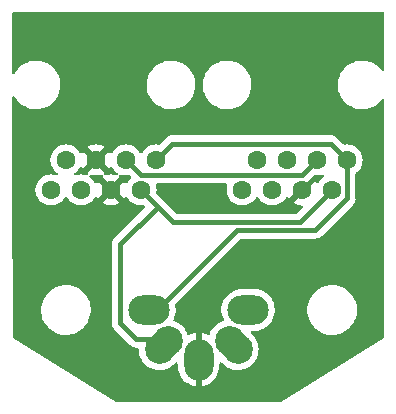
<source format=gbr>
%TF.GenerationSoftware,KiCad,Pcbnew,(6.0.11)*%
%TF.CreationDate,2024-01-24T22:10:28+00:00*%
%TF.ProjectId,Econet_RJ45_Mini,45636f6e-6574-45f5-924a-34355f4d696e,rev?*%
%TF.SameCoordinates,Original*%
%TF.FileFunction,Copper,L2,Bot*%
%TF.FilePolarity,Positive*%
%FSLAX46Y46*%
G04 Gerber Fmt 4.6, Leading zero omitted, Abs format (unit mm)*
G04 Created by KiCad (PCBNEW (6.0.11)) date 2024-01-24 22:10:28*
%MOMM*%
%LPD*%
G01*
G04 APERTURE LIST*
G04 Aperture macros list*
%AMHorizOval*
0 Thick line with rounded ends*
0 $1 width*
0 $2 $3 position (X,Y) of the first rounded end (center of the circle)*
0 $4 $5 position (X,Y) of the second rounded end (center of the circle)*
0 Add line between two ends*
20,1,$1,$2,$3,$4,$5,0*
0 Add two circle primitives to create the rounded ends*
1,1,$1,$2,$3*
1,1,$1,$4,$5*%
G04 Aperture macros list end*
%TA.AperFunction,ComponentPad*%
%ADD10C,1.600000*%
%TD*%
%TA.AperFunction,ComponentPad*%
%ADD11O,3.500000X2.500000*%
%TD*%
%TA.AperFunction,ComponentPad*%
%ADD12O,2.500000X3.500000*%
%TD*%
%TA.AperFunction,ComponentPad*%
%ADD13HorizOval,2.500000X0.353553X-0.353553X-0.353553X0.353553X0*%
%TD*%
%TA.AperFunction,ComponentPad*%
%ADD14HorizOval,2.500000X-0.353553X-0.353553X0.353553X0.353553X0*%
%TD*%
%TA.AperFunction,ViaPad*%
%ADD15C,0.800000*%
%TD*%
%TA.AperFunction,Conductor*%
%ADD16C,0.400000*%
%TD*%
G04 APERTURE END LIST*
D10*
%TO.P,J2,1*%
%TO.N,/CLK-*%
X178529820Y-53655338D03*
%TO.P,J2,2*%
%TO.N,/CLK+*%
X177259823Y-56195331D03*
%TO.P,J2,3*%
%TO.N,/VSENSE*%
X175989819Y-53655338D03*
%TO.P,J2,4*%
%TO.N,/GND*%
X174719822Y-56195331D03*
%TO.P,J2,5*%
X173449818Y-53655338D03*
%TO.P,J2,6*%
%TO.N,/VTERM*%
X172179821Y-56195331D03*
%TO.P,J2,7*%
%TO.N,/DATA-*%
X170909817Y-53655338D03*
%TO.P,J2,8*%
%TO.N,/DATA+*%
X169639816Y-56195331D03*
%TD*%
%TO.P,J1,1*%
%TO.N,/CLK-*%
X162349820Y-53655338D03*
%TO.P,J1,2*%
%TO.N,/CLK+*%
X161079823Y-56195331D03*
%TO.P,J1,3*%
%TO.N,/VSENSE*%
X159809819Y-53655338D03*
%TO.P,J1,4*%
%TO.N,/GND*%
X158539822Y-56195331D03*
%TO.P,J1,5*%
X157269818Y-53655338D03*
%TO.P,J1,6*%
%TO.N,/VTERM*%
X155999821Y-56195331D03*
%TO.P,J1,7*%
%TO.N,/DATA-*%
X154729817Y-53655338D03*
%TO.P,J1,8*%
%TO.N,/DATA+*%
X153459816Y-56195331D03*
%TD*%
D11*
%TO.P,J3,1*%
%TO.N,/DATA+*%
X170150000Y-66360000D03*
D12*
%TO.P,J3,2*%
%TO.N,/GND*%
X165950000Y-70560000D03*
D11*
%TO.P,J3,3*%
%TO.N,/CLK-*%
X161750000Y-66360000D03*
D13*
%TO.P,J3,4*%
%TO.N,/DATA-*%
X168914975Y-69324975D03*
D14*
%TO.P,J3,5*%
%TO.N,/CLK+*%
X162985025Y-69324975D03*
%TD*%
D15*
%TO.N,/GND*%
X165940000Y-57600000D03*
X163610000Y-71870000D03*
X157250000Y-50970000D03*
X173470000Y-50860000D03*
X173440000Y-57630000D03*
X168240000Y-71870000D03*
X159790000Y-57580000D03*
%TD*%
D16*
%TO.N,/CLK-*%
X177144482Y-52270000D02*
X163735158Y-52270000D01*
X163735158Y-52270000D02*
X162349820Y-53655338D01*
X178529820Y-53655338D02*
X177144482Y-52270000D01*
X175850000Y-59600000D02*
X178529820Y-56920180D01*
X178529820Y-56920180D02*
X178529820Y-53655338D01*
X169210000Y-59600000D02*
X175850000Y-59600000D01*
X162450000Y-66360000D02*
X169210000Y-59600000D01*
%TO.N,/CLK+*%
X160690000Y-68830000D02*
X159300000Y-67440000D01*
X162494492Y-57610000D02*
X163794492Y-58910000D01*
X163480000Y-68830000D02*
X160690000Y-68830000D01*
X163794492Y-58910000D02*
X174545154Y-58910000D01*
X161079823Y-56195331D02*
X162494492Y-57610000D01*
X159300000Y-60804492D02*
X162494492Y-57610000D01*
X159300000Y-67440000D02*
X159300000Y-60804492D01*
X174545154Y-58910000D02*
X177259823Y-56195331D01*
%TO.N,/VSENSE*%
X161084481Y-54930000D02*
X174715157Y-54930000D01*
X159809819Y-53655338D02*
X161084481Y-54930000D01*
X174715157Y-54930000D02*
X175989819Y-53655338D01*
%TD*%
%TA.AperFunction,Conductor*%
%TO.N,/GND*%
G36*
X181623621Y-41138502D02*
G01*
X181670114Y-41192158D01*
X181681500Y-41244500D01*
X181681500Y-46001725D01*
X181661498Y-46069846D01*
X181607842Y-46116339D01*
X181537568Y-46126443D01*
X181472988Y-46096949D01*
X181451042Y-46072184D01*
X181428359Y-46038556D01*
X181428356Y-46038552D01*
X181425897Y-46034906D01*
X181233262Y-45820963D01*
X181012727Y-45635912D01*
X180768583Y-45483354D01*
X180505584Y-45366259D01*
X180228847Y-45286906D01*
X180224500Y-45286295D01*
X180224495Y-45286294D01*
X180057379Y-45262808D01*
X179943760Y-45246840D01*
X179727926Y-45246840D01*
X179725740Y-45246993D01*
X179725736Y-45246993D01*
X179517014Y-45261588D01*
X179517009Y-45261589D01*
X179512629Y-45261895D01*
X179231031Y-45321751D01*
X179226902Y-45323254D01*
X179226898Y-45323255D01*
X178964649Y-45418705D01*
X178964645Y-45418707D01*
X178960504Y-45420214D01*
X178706313Y-45555370D01*
X178702754Y-45557956D01*
X178702752Y-45557957D01*
X178595457Y-45635912D01*
X178473406Y-45724587D01*
X178470242Y-45727643D01*
X178470239Y-45727645D01*
X178269479Y-45921517D01*
X178269476Y-45921521D01*
X178266317Y-45924571D01*
X178263611Y-45928035D01*
X178263607Y-45928039D01*
X178150989Y-46072184D01*
X178089075Y-46151430D01*
X178035664Y-46243941D01*
X177963452Y-46369015D01*
X177945130Y-46400749D01*
X177943480Y-46404833D01*
X177943477Y-46404839D01*
X177893567Y-46528371D01*
X177837285Y-46667675D01*
X177767639Y-46947012D01*
X177767180Y-46951382D01*
X177767179Y-46951386D01*
X177738005Y-47228955D01*
X177737546Y-47233324D01*
X177737699Y-47237712D01*
X177737699Y-47237718D01*
X177742576Y-47377356D01*
X177747593Y-47521037D01*
X177797585Y-47804552D01*
X177886547Y-48078351D01*
X177888475Y-48082304D01*
X177888477Y-48082309D01*
X177945015Y-48198227D01*
X178012749Y-48337103D01*
X178015204Y-48340742D01*
X178015207Y-48340748D01*
X178171275Y-48572128D01*
X178171280Y-48572135D01*
X178173735Y-48575774D01*
X178366370Y-48789717D01*
X178586905Y-48974768D01*
X178831049Y-49127326D01*
X179094048Y-49244421D01*
X179370785Y-49323774D01*
X179375132Y-49324385D01*
X179375137Y-49324386D01*
X179513328Y-49343807D01*
X179655872Y-49363840D01*
X179871706Y-49363840D01*
X179873892Y-49363687D01*
X179873896Y-49363687D01*
X180082618Y-49349092D01*
X180082623Y-49349091D01*
X180087003Y-49348785D01*
X180368601Y-49288929D01*
X180372730Y-49287426D01*
X180372734Y-49287425D01*
X180634983Y-49191975D01*
X180634987Y-49191973D01*
X180639128Y-49190466D01*
X180893319Y-49055310D01*
X181000966Y-48977100D01*
X181122663Y-48888682D01*
X181122666Y-48888680D01*
X181126226Y-48886093D01*
X181226026Y-48789717D01*
X181330153Y-48689163D01*
X181330156Y-48689159D01*
X181333315Y-48686109D01*
X181456212Y-48528808D01*
X181513912Y-48487444D01*
X181584817Y-48483841D01*
X181646414Y-48519144D01*
X181679147Y-48582145D01*
X181681500Y-48606383D01*
X181681500Y-68646155D01*
X181661498Y-68714276D01*
X181621721Y-68753350D01*
X172946043Y-74112696D01*
X172879823Y-74131500D01*
X159020177Y-74131500D01*
X158953957Y-74112696D01*
X150277284Y-68752735D01*
X150229842Y-68699917D01*
X150217505Y-68645894D01*
X150211438Y-66492703D01*
X152620560Y-66492703D01*
X152658085Y-66777734D01*
X152733946Y-67055036D01*
X152735630Y-67058984D01*
X152823146Y-67264160D01*
X152846740Y-67319476D01*
X152901569Y-67411088D01*
X152982806Y-67546825D01*
X152994378Y-67566161D01*
X153174130Y-67790528D01*
X153382668Y-67988423D01*
X153616134Y-68156186D01*
X153619929Y-68158195D01*
X153619930Y-68158196D01*
X153641686Y-68169715D01*
X153870209Y-68290712D01*
X154140190Y-68389511D01*
X154421081Y-68450755D01*
X154449658Y-68453004D01*
X154644099Y-68468307D01*
X154644108Y-68468307D01*
X154646556Y-68468500D01*
X154802088Y-68468500D01*
X154804224Y-68468354D01*
X154804235Y-68468354D01*
X155012365Y-68454165D01*
X155012371Y-68454164D01*
X155016642Y-68453873D01*
X155020837Y-68453004D01*
X155020839Y-68453004D01*
X155160812Y-68424017D01*
X155298159Y-68395574D01*
X155569160Y-68299607D01*
X155824629Y-68167750D01*
X155828130Y-68165289D01*
X155828134Y-68165287D01*
X156052966Y-68007272D01*
X156059840Y-68002441D01*
X156163924Y-67905720D01*
X156267296Y-67809661D01*
X156267298Y-67809658D01*
X156270439Y-67806740D01*
X156452530Y-67584268D01*
X156602744Y-67339142D01*
X156617263Y-67306068D01*
X156716574Y-67079830D01*
X156718300Y-67075898D01*
X156797061Y-66799406D01*
X156837568Y-66514784D01*
X156837599Y-66509020D01*
X156839052Y-66231583D01*
X156839052Y-66231576D01*
X156839074Y-66227297D01*
X156801549Y-65942266D01*
X156725688Y-65664964D01*
X156657488Y-65505072D01*
X156614580Y-65404476D01*
X156614578Y-65404472D01*
X156612894Y-65400524D01*
X156465256Y-65153839D01*
X156285504Y-64929472D01*
X156113936Y-64766660D01*
X156080075Y-64734527D01*
X156080072Y-64734525D01*
X156076966Y-64731577D01*
X155843500Y-64563814D01*
X155821660Y-64552250D01*
X155798471Y-64539972D01*
X155589425Y-64429288D01*
X155319444Y-64330489D01*
X155038553Y-64269245D01*
X155007502Y-64266801D01*
X154815535Y-64251693D01*
X154815526Y-64251693D01*
X154813078Y-64251500D01*
X154657546Y-64251500D01*
X154655410Y-64251646D01*
X154655399Y-64251646D01*
X154447269Y-64265835D01*
X154447263Y-64265836D01*
X154442992Y-64266127D01*
X154438797Y-64266996D01*
X154438795Y-64266996D01*
X154302233Y-64295277D01*
X154161475Y-64324426D01*
X153890474Y-64420393D01*
X153635005Y-64552250D01*
X153631504Y-64554711D01*
X153631500Y-64554713D01*
X153544877Y-64615593D01*
X153399794Y-64717559D01*
X153346955Y-64766660D01*
X153202452Y-64900941D01*
X153189195Y-64913260D01*
X153007104Y-65135732D01*
X152856890Y-65380858D01*
X152741334Y-65644102D01*
X152662573Y-65920594D01*
X152622066Y-66205216D01*
X152622044Y-66209505D01*
X152622043Y-66209512D01*
X152620582Y-66488417D01*
X152620560Y-66492703D01*
X150211438Y-66492703D01*
X150186178Y-57528744D01*
X150182420Y-56195331D01*
X152146318Y-56195331D01*
X152166273Y-56423418D01*
X152167697Y-56428731D01*
X152167697Y-56428733D01*
X152204841Y-56567353D01*
X152225532Y-56644574D01*
X152227855Y-56649555D01*
X152227855Y-56649556D01*
X152319967Y-56847093D01*
X152319970Y-56847098D01*
X152322293Y-56852080D01*
X152453618Y-57039631D01*
X152615516Y-57201529D01*
X152620024Y-57204686D01*
X152620027Y-57204688D01*
X152685255Y-57250361D01*
X152803067Y-57332854D01*
X152808049Y-57335177D01*
X152808054Y-57335180D01*
X152952928Y-57402735D01*
X153010573Y-57429615D01*
X153015881Y-57431037D01*
X153015883Y-57431038D01*
X153226414Y-57487450D01*
X153226416Y-57487450D01*
X153231729Y-57488874D01*
X153459816Y-57508829D01*
X153687903Y-57488874D01*
X153693216Y-57487450D01*
X153693218Y-57487450D01*
X153903749Y-57431038D01*
X153903751Y-57431037D01*
X153909059Y-57429615D01*
X153966704Y-57402735D01*
X154111578Y-57335180D01*
X154111583Y-57335177D01*
X154116565Y-57332854D01*
X154234377Y-57250361D01*
X154299605Y-57204688D01*
X154299608Y-57204686D01*
X154304116Y-57201529D01*
X154466014Y-57039631D01*
X154597339Y-56852080D01*
X154599664Y-56847094D01*
X154599668Y-56847087D01*
X154615625Y-56812868D01*
X154662543Y-56759583D01*
X154730820Y-56740123D01*
X154798780Y-56760666D01*
X154844014Y-56812870D01*
X154859970Y-56847089D01*
X154859974Y-56847095D01*
X154862298Y-56852080D01*
X154993623Y-57039631D01*
X155155521Y-57201529D01*
X155160029Y-57204686D01*
X155160032Y-57204688D01*
X155225260Y-57250361D01*
X155343072Y-57332854D01*
X155348054Y-57335177D01*
X155348059Y-57335180D01*
X155492933Y-57402735D01*
X155550578Y-57429615D01*
X155555886Y-57431037D01*
X155555888Y-57431038D01*
X155766419Y-57487450D01*
X155766421Y-57487450D01*
X155771734Y-57488874D01*
X155999821Y-57508829D01*
X156227908Y-57488874D01*
X156233221Y-57487450D01*
X156233223Y-57487450D01*
X156443754Y-57431038D01*
X156443756Y-57431037D01*
X156449064Y-57429615D01*
X156506709Y-57402735D01*
X156651583Y-57335180D01*
X156651588Y-57335177D01*
X156656570Y-57332854D01*
X156730064Y-57281393D01*
X157818315Y-57281393D01*
X157827611Y-57293408D01*
X157878816Y-57329262D01*
X157888311Y-57334745D01*
X158085769Y-57426821D01*
X158096061Y-57430567D01*
X158306510Y-57486956D01*
X158317303Y-57488859D01*
X158534347Y-57507848D01*
X158545297Y-57507848D01*
X158762341Y-57488859D01*
X158773134Y-57486956D01*
X158983583Y-57430567D01*
X158993875Y-57426821D01*
X159191333Y-57334745D01*
X159200828Y-57329262D01*
X159252870Y-57292822D01*
X159261246Y-57282343D01*
X159254178Y-57268897D01*
X158552634Y-56567353D01*
X158538690Y-56559739D01*
X158536857Y-56559870D01*
X158530242Y-56564121D01*
X157824745Y-57269618D01*
X157818315Y-57281393D01*
X156730064Y-57281393D01*
X156774382Y-57250361D01*
X156839610Y-57204688D01*
X156839613Y-57204686D01*
X156844121Y-57201529D01*
X157006019Y-57039631D01*
X157137344Y-56852080D01*
X157139668Y-56847095D01*
X157139672Y-56847089D01*
X157155902Y-56812282D01*
X157202818Y-56758997D01*
X157271095Y-56739535D01*
X157339055Y-56760076D01*
X157384291Y-56812280D01*
X157400405Y-56846836D01*
X157405891Y-56856337D01*
X157442331Y-56908379D01*
X157452810Y-56916755D01*
X157466256Y-56909687D01*
X158167800Y-56208143D01*
X158175414Y-56194199D01*
X158175283Y-56192366D01*
X158171032Y-56185751D01*
X157465535Y-55480254D01*
X157453760Y-55473824D01*
X157441745Y-55483120D01*
X157405891Y-55534325D01*
X157400405Y-55543826D01*
X157384291Y-55578382D01*
X157337374Y-55631667D01*
X157269096Y-55651127D01*
X157201136Y-55630585D01*
X157155902Y-55578380D01*
X157139672Y-55543573D01*
X157139668Y-55543567D01*
X157137344Y-55538582D01*
X157006019Y-55351031D01*
X156844121Y-55189133D01*
X156839611Y-55185975D01*
X156839605Y-55185970D01*
X156749975Y-55123211D01*
X156705646Y-55067754D01*
X156698337Y-54997135D01*
X156730367Y-54933775D01*
X156791569Y-54897789D01*
X156854856Y-54898291D01*
X157036505Y-54946963D01*
X157047299Y-54948866D01*
X157264343Y-54967855D01*
X157275293Y-54967855D01*
X157492337Y-54948866D01*
X157503130Y-54946963D01*
X157697885Y-54894779D01*
X157768861Y-54896469D01*
X157827657Y-54936263D01*
X157855605Y-55001527D01*
X157843832Y-55071541D01*
X157828919Y-55095156D01*
X157818398Y-55108319D01*
X157825466Y-55121765D01*
X158527010Y-55823309D01*
X158540954Y-55830923D01*
X158542787Y-55830792D01*
X158549402Y-55826541D01*
X159254899Y-55121044D01*
X159261329Y-55109269D01*
X159249625Y-55094140D01*
X159223762Y-55028022D01*
X159237752Y-54958417D01*
X159287151Y-54907425D01*
X159356277Y-54891235D01*
X159381891Y-54895333D01*
X159581732Y-54948881D01*
X159809819Y-54968836D01*
X160037754Y-54948894D01*
X160107358Y-54962883D01*
X160137830Y-54985320D01*
X160199488Y-55046978D01*
X160233514Y-55109290D01*
X160228449Y-55180105D01*
X160199488Y-55225168D01*
X160073625Y-55351031D01*
X159942300Y-55538582D01*
X159939976Y-55543567D01*
X159939972Y-55543573D01*
X159923742Y-55578380D01*
X159876826Y-55631665D01*
X159808549Y-55651127D01*
X159740589Y-55630586D01*
X159695353Y-55578382D01*
X159679239Y-55543826D01*
X159673753Y-55534325D01*
X159637313Y-55482283D01*
X159626834Y-55473907D01*
X159613388Y-55480975D01*
X158911844Y-56182519D01*
X158904230Y-56196463D01*
X158904361Y-56198296D01*
X158908612Y-56204911D01*
X159614109Y-56910408D01*
X159625884Y-56916838D01*
X159637899Y-56907542D01*
X159673753Y-56856337D01*
X159679239Y-56846836D01*
X159695353Y-56812280D01*
X159742270Y-56758995D01*
X159810548Y-56739535D01*
X159878508Y-56760077D01*
X159923742Y-56812282D01*
X159939972Y-56847089D01*
X159939976Y-56847095D01*
X159942300Y-56852080D01*
X160073625Y-57039631D01*
X160235523Y-57201529D01*
X160240031Y-57204686D01*
X160240034Y-57204688D01*
X160305262Y-57250361D01*
X160423074Y-57332854D01*
X160428056Y-57335177D01*
X160428061Y-57335180D01*
X160572935Y-57402735D01*
X160630580Y-57429615D01*
X160635888Y-57431037D01*
X160635890Y-57431038D01*
X160846421Y-57487450D01*
X160846423Y-57487450D01*
X160851736Y-57488874D01*
X161079823Y-57508829D01*
X161085298Y-57508350D01*
X161085299Y-57508350D01*
X161298097Y-57489733D01*
X161367701Y-57503722D01*
X161418694Y-57553122D01*
X161434884Y-57622248D01*
X161411131Y-57689153D01*
X161398173Y-57704349D01*
X158819480Y-60283042D01*
X158813215Y-60288896D01*
X158769615Y-60326931D01*
X158765248Y-60333145D01*
X158732872Y-60379211D01*
X158728939Y-60384506D01*
X158689524Y-60434774D01*
X158686401Y-60441690D01*
X158685017Y-60443976D01*
X158676643Y-60458657D01*
X158675378Y-60461017D01*
X158671010Y-60467231D01*
X158668250Y-60474310D01*
X158668249Y-60474312D01*
X158647798Y-60526767D01*
X158645247Y-60532836D01*
X158618955Y-60591065D01*
X158617571Y-60598532D01*
X158616770Y-60601087D01*
X158612141Y-60617340D01*
X158611478Y-60619920D01*
X158608718Y-60627001D01*
X158607727Y-60634532D01*
X158607726Y-60634534D01*
X158600379Y-60690344D01*
X158599348Y-60696851D01*
X158587704Y-60759678D01*
X158588141Y-60767258D01*
X158588141Y-60767259D01*
X158591291Y-60821884D01*
X158591500Y-60829138D01*
X158591500Y-67411088D01*
X158591208Y-67419658D01*
X158587923Y-67467850D01*
X158587275Y-67477352D01*
X158588580Y-67484829D01*
X158588580Y-67484830D01*
X158598261Y-67540299D01*
X158599223Y-67546821D01*
X158606898Y-67610242D01*
X158609581Y-67617343D01*
X158610222Y-67619952D01*
X158614685Y-67636262D01*
X158615450Y-67638798D01*
X158616757Y-67646284D01*
X158619811Y-67653241D01*
X158642442Y-67704795D01*
X158644933Y-67710899D01*
X158667513Y-67770656D01*
X158671817Y-67776919D01*
X158673054Y-67779285D01*
X158681299Y-67794097D01*
X158682632Y-67796351D01*
X158685685Y-67803305D01*
X158715150Y-67841703D01*
X158724579Y-67853991D01*
X158728459Y-67859332D01*
X158760339Y-67905720D01*
X158760344Y-67905725D01*
X158764643Y-67911981D01*
X158770313Y-67917032D01*
X158770314Y-67917034D01*
X158811170Y-67953435D01*
X158816446Y-67958416D01*
X160168550Y-69310520D01*
X160174404Y-69316785D01*
X160212439Y-69360385D01*
X160218657Y-69364755D01*
X160264697Y-69397112D01*
X160269993Y-69401045D01*
X160320282Y-69440477D01*
X160327204Y-69443602D01*
X160329452Y-69444964D01*
X160344185Y-69453368D01*
X160346524Y-69454622D01*
X160352739Y-69458990D01*
X160359815Y-69461749D01*
X160359819Y-69461751D01*
X160412269Y-69482200D01*
X160418334Y-69484749D01*
X160476573Y-69511045D01*
X160484038Y-69512429D01*
X160486582Y-69513226D01*
X160502848Y-69517859D01*
X160505428Y-69518521D01*
X160512509Y-69521282D01*
X160520042Y-69522274D01*
X160520043Y-69522274D01*
X160552699Y-69526573D01*
X160575857Y-69529622D01*
X160582355Y-69530650D01*
X160645187Y-69542296D01*
X160652767Y-69541859D01*
X160652768Y-69541859D01*
X160707393Y-69538709D01*
X160714647Y-69538500D01*
X160745582Y-69538500D01*
X160813703Y-69558502D01*
X160860196Y-69612158D01*
X160871523Y-69660651D01*
X160877702Y-69862857D01*
X160924210Y-70120056D01*
X160925713Y-70124483D01*
X161006721Y-70363126D01*
X161006724Y-70363132D01*
X161008225Y-70367555D01*
X161127900Y-70599918D01*
X161280605Y-70812040D01*
X161462987Y-70999260D01*
X161466714Y-71002094D01*
X161466715Y-71002095D01*
X161667322Y-71154640D01*
X161667326Y-71154643D01*
X161671039Y-71157466D01*
X161715941Y-71182100D01*
X161855118Y-71258455D01*
X161900189Y-71283182D01*
X162145404Y-71373647D01*
X162401298Y-71426873D01*
X162531773Y-71434282D01*
X162657572Y-71441425D01*
X162657579Y-71441425D01*
X162662248Y-71441690D01*
X162844193Y-71424972D01*
X162917866Y-71418203D01*
X162917868Y-71418203D01*
X162922522Y-71417775D01*
X163176402Y-71355651D01*
X163418311Y-71256683D01*
X163642935Y-71123047D01*
X163811893Y-70985002D01*
X163976905Y-70819990D01*
X164039217Y-70785964D01*
X164110032Y-70791029D01*
X164166868Y-70833576D01*
X164191679Y-70900096D01*
X164192000Y-70909085D01*
X164192000Y-71123998D01*
X164192173Y-71128673D01*
X164206088Y-71315926D01*
X164207464Y-71325132D01*
X164263071Y-71570874D01*
X164265795Y-71579785D01*
X164357112Y-71814608D01*
X164361123Y-71823017D01*
X164486146Y-72041760D01*
X164491357Y-72049486D01*
X164647341Y-72247350D01*
X164653634Y-72254218D01*
X164837144Y-72426848D01*
X164844398Y-72432722D01*
X165051403Y-72576327D01*
X165059438Y-72581060D01*
X165285407Y-72692495D01*
X165294040Y-72695983D01*
X165533994Y-72772793D01*
X165543076Y-72774973D01*
X165678120Y-72796967D01*
X165691714Y-72795271D01*
X165695865Y-72781606D01*
X166204000Y-72781606D01*
X166208018Y-72795290D01*
X166221710Y-72797311D01*
X166311904Y-72785036D01*
X166321022Y-72783098D01*
X166562902Y-72712596D01*
X166571633Y-72709333D01*
X166800442Y-72603849D01*
X166808594Y-72599330D01*
X167019291Y-72461192D01*
X167026696Y-72455509D01*
X167214654Y-72287751D01*
X167221139Y-72281035D01*
X167382239Y-72087334D01*
X167387654Y-72079742D01*
X167518354Y-71864354D01*
X167522592Y-71856037D01*
X167620019Y-71623701D01*
X167622980Y-71614851D01*
X167684994Y-71370669D01*
X167686616Y-71361472D01*
X167707684Y-71152247D01*
X167708000Y-71145955D01*
X167708000Y-70909085D01*
X167728002Y-70840964D01*
X167781658Y-70794471D01*
X167851932Y-70784367D01*
X167916512Y-70813861D01*
X167923095Y-70819990D01*
X168072000Y-70968895D01*
X168219600Y-71096074D01*
X168440647Y-71235545D01*
X168444925Y-71237428D01*
X168444930Y-71237430D01*
X168552589Y-71284801D01*
X168679883Y-71340812D01*
X168932049Y-71409560D01*
X168936681Y-71410108D01*
X168936685Y-71410109D01*
X169061828Y-71424920D01*
X169191608Y-71440281D01*
X169397498Y-71433990D01*
X169448179Y-71432442D01*
X169448180Y-71432442D01*
X169452857Y-71432299D01*
X169578606Y-71409560D01*
X169705458Y-71386622D01*
X169705465Y-71386620D01*
X169710056Y-71385790D01*
X169915869Y-71315926D01*
X169953126Y-71303279D01*
X169953129Y-71303278D01*
X169957556Y-71301775D01*
X170189918Y-71182100D01*
X170193716Y-71179366D01*
X170398247Y-71032126D01*
X170398251Y-71032123D01*
X170402040Y-71029395D01*
X170589260Y-70847013D01*
X170747466Y-70638962D01*
X170873182Y-70409811D01*
X170963647Y-70164596D01*
X171016873Y-69908702D01*
X171030958Y-69660651D01*
X171031425Y-69652428D01*
X171031425Y-69652421D01*
X171031690Y-69647752D01*
X171014972Y-69465807D01*
X171008203Y-69392134D01*
X171008203Y-69392132D01*
X171007775Y-69387478D01*
X170945651Y-69133598D01*
X170936426Y-69111048D01*
X170848453Y-68896014D01*
X170848450Y-68896007D01*
X170846683Y-68891689D01*
X170764381Y-68753351D01*
X170715439Y-68671086D01*
X170715437Y-68671083D01*
X170713047Y-68667066D01*
X170575002Y-68498107D01*
X170410490Y-68333595D01*
X170376464Y-68271283D01*
X170381529Y-68200468D01*
X170424076Y-68143632D01*
X170490596Y-68118821D01*
X170499585Y-68118500D01*
X170716354Y-68118500D01*
X170718679Y-68118327D01*
X170718685Y-68118327D01*
X170906000Y-68104407D01*
X170906004Y-68104406D01*
X170910652Y-68104061D01*
X170915200Y-68103032D01*
X170915206Y-68103031D01*
X171149424Y-68050032D01*
X171165577Y-68046377D01*
X171256578Y-68010989D01*
X171404824Y-67953340D01*
X171404827Y-67953339D01*
X171409177Y-67951647D01*
X171636098Y-67821951D01*
X171841357Y-67660138D01*
X172020443Y-67469763D01*
X172169424Y-67255009D01*
X172257752Y-67075898D01*
X172282960Y-67024781D01*
X172282961Y-67024778D01*
X172285025Y-67020593D01*
X172364707Y-66771665D01*
X172406721Y-66513693D01*
X172406996Y-66492703D01*
X175150566Y-66492703D01*
X175188091Y-66777734D01*
X175263952Y-67055036D01*
X175265636Y-67058984D01*
X175353152Y-67264160D01*
X175376746Y-67319476D01*
X175431575Y-67411088D01*
X175512812Y-67546825D01*
X175524384Y-67566161D01*
X175704136Y-67790528D01*
X175912674Y-67988423D01*
X176146140Y-68156186D01*
X176149935Y-68158195D01*
X176149936Y-68158196D01*
X176171692Y-68169715D01*
X176400215Y-68290712D01*
X176670196Y-68389511D01*
X176951087Y-68450755D01*
X176979664Y-68453004D01*
X177174105Y-68468307D01*
X177174114Y-68468307D01*
X177176562Y-68468500D01*
X177332094Y-68468500D01*
X177334230Y-68468354D01*
X177334241Y-68468354D01*
X177542371Y-68454165D01*
X177542377Y-68454164D01*
X177546648Y-68453873D01*
X177550843Y-68453004D01*
X177550845Y-68453004D01*
X177690818Y-68424017D01*
X177828165Y-68395574D01*
X178099166Y-68299607D01*
X178354635Y-68167750D01*
X178358136Y-68165289D01*
X178358140Y-68165287D01*
X178582972Y-68007272D01*
X178589846Y-68002441D01*
X178693930Y-67905720D01*
X178797302Y-67809661D01*
X178797304Y-67809658D01*
X178800445Y-67806740D01*
X178982536Y-67584268D01*
X179132750Y-67339142D01*
X179147269Y-67306068D01*
X179246580Y-67079830D01*
X179248306Y-67075898D01*
X179327067Y-66799406D01*
X179367574Y-66514784D01*
X179367605Y-66509020D01*
X179369058Y-66231583D01*
X179369058Y-66231576D01*
X179369080Y-66227297D01*
X179331555Y-65942266D01*
X179255694Y-65664964D01*
X179187494Y-65505072D01*
X179144586Y-65404476D01*
X179144584Y-65404472D01*
X179142900Y-65400524D01*
X178995262Y-65153839D01*
X178815510Y-64929472D01*
X178643942Y-64766660D01*
X178610081Y-64734527D01*
X178610078Y-64734525D01*
X178606972Y-64731577D01*
X178373506Y-64563814D01*
X178351666Y-64552250D01*
X178328477Y-64539972D01*
X178119431Y-64429288D01*
X177849450Y-64330489D01*
X177568559Y-64269245D01*
X177537508Y-64266801D01*
X177345541Y-64251693D01*
X177345532Y-64251693D01*
X177343084Y-64251500D01*
X177187552Y-64251500D01*
X177185416Y-64251646D01*
X177185405Y-64251646D01*
X176977275Y-64265835D01*
X176977269Y-64265836D01*
X176972998Y-64266127D01*
X176968803Y-64266996D01*
X176968801Y-64266996D01*
X176832239Y-64295277D01*
X176691481Y-64324426D01*
X176420480Y-64420393D01*
X176165011Y-64552250D01*
X176161510Y-64554711D01*
X176161506Y-64554713D01*
X176074883Y-64615593D01*
X175929800Y-64717559D01*
X175876961Y-64766660D01*
X175732458Y-64900941D01*
X175719201Y-64913260D01*
X175537110Y-65135732D01*
X175386896Y-65380858D01*
X175271340Y-65644102D01*
X175192579Y-65920594D01*
X175152072Y-66205216D01*
X175152050Y-66209505D01*
X175152049Y-66209512D01*
X175150588Y-66488417D01*
X175150566Y-66492703D01*
X172406996Y-66492703D01*
X172410142Y-66252345D01*
X172374896Y-65993362D01*
X172373585Y-65988862D01*
X172303068Y-65746932D01*
X172301757Y-65742433D01*
X172192332Y-65505072D01*
X172159519Y-65455024D01*
X172051590Y-65290404D01*
X172051586Y-65290399D01*
X172049024Y-65286491D01*
X171874982Y-65091494D01*
X171674030Y-64924363D01*
X171534371Y-64839616D01*
X171454578Y-64791196D01*
X171454574Y-64791194D01*
X171450581Y-64788771D01*
X171209545Y-64687697D01*
X170956217Y-64623359D01*
X170951566Y-64622891D01*
X170951562Y-64622890D01*
X170742271Y-64601816D01*
X170739133Y-64601500D01*
X169583646Y-64601500D01*
X169581321Y-64601673D01*
X169581315Y-64601673D01*
X169394000Y-64615593D01*
X169393996Y-64615594D01*
X169389348Y-64615939D01*
X169384800Y-64616968D01*
X169384794Y-64616969D01*
X169198399Y-64659147D01*
X169134423Y-64673623D01*
X169130071Y-64675315D01*
X169130069Y-64675316D01*
X168895176Y-64766660D01*
X168895173Y-64766661D01*
X168890823Y-64768353D01*
X168663902Y-64898049D01*
X168458643Y-65059862D01*
X168279557Y-65250237D01*
X168130576Y-65464991D01*
X168128510Y-65469181D01*
X168128508Y-65469184D01*
X168040213Y-65648230D01*
X168014975Y-65699407D01*
X167935293Y-65948335D01*
X167893279Y-66206307D01*
X167889858Y-66467655D01*
X167925104Y-66726638D01*
X167926412Y-66731124D01*
X167926412Y-66731126D01*
X167939997Y-66777734D01*
X167998243Y-66977567D01*
X168070362Y-67134006D01*
X168080717Y-67204241D01*
X168051455Y-67268927D01*
X167996437Y-67306068D01*
X167876828Y-67346670D01*
X167876826Y-67346671D01*
X167872395Y-67348175D01*
X167640032Y-67467850D01*
X167636235Y-67470583D01*
X167636234Y-67470584D01*
X167431703Y-67617824D01*
X167431699Y-67617827D01*
X167427910Y-67620555D01*
X167240690Y-67802937D01*
X167237856Y-67806664D01*
X167237855Y-67806665D01*
X167091204Y-67999522D01*
X167082484Y-68010989D01*
X166956768Y-68240139D01*
X166938111Y-68290712D01*
X166894049Y-68410145D01*
X166851705Y-68467132D01*
X166785274Y-68492180D01*
X166720109Y-68479540D01*
X166614593Y-68427505D01*
X166605960Y-68424017D01*
X166366006Y-68347207D01*
X166356924Y-68345027D01*
X166221880Y-68323033D01*
X166208286Y-68324729D01*
X166204000Y-68338839D01*
X166204000Y-72781606D01*
X165695865Y-72781606D01*
X165696000Y-72781161D01*
X165696000Y-68338394D01*
X165691982Y-68324710D01*
X165678290Y-68322689D01*
X165588096Y-68334964D01*
X165578978Y-68336902D01*
X165337098Y-68407404D01*
X165328362Y-68410670D01*
X165176157Y-68480837D01*
X165105920Y-68491192D01*
X165041234Y-68461929D01*
X165004093Y-68406912D01*
X164998497Y-68390425D01*
X164961825Y-68282394D01*
X164842150Y-68050032D01*
X164814043Y-68010989D01*
X164692176Y-67841703D01*
X164692173Y-67841699D01*
X164689445Y-67837910D01*
X164507063Y-67650690D01*
X164299012Y-67492484D01*
X164069861Y-67366768D01*
X163951665Y-67323163D01*
X163900327Y-67304223D01*
X163843340Y-67261879D01*
X163818292Y-67195448D01*
X163830932Y-67130283D01*
X163882960Y-67024781D01*
X163882961Y-67024778D01*
X163885025Y-67020593D01*
X163964707Y-66771665D01*
X164006721Y-66513693D01*
X164010142Y-66252345D01*
X163974896Y-65993362D01*
X163973587Y-65988870D01*
X163973585Y-65988862D01*
X163960496Y-65943956D01*
X163960637Y-65872959D01*
X163992367Y-65819603D01*
X169466565Y-60345405D01*
X169528877Y-60311379D01*
X169555660Y-60308500D01*
X175821088Y-60308500D01*
X175829658Y-60308792D01*
X175879776Y-60312209D01*
X175879780Y-60312209D01*
X175887352Y-60312725D01*
X175894829Y-60311420D01*
X175894830Y-60311420D01*
X175921308Y-60306799D01*
X175950303Y-60301738D01*
X175956821Y-60300777D01*
X176020242Y-60293102D01*
X176027343Y-60290419D01*
X176029952Y-60289778D01*
X176046262Y-60285315D01*
X176048798Y-60284550D01*
X176056284Y-60283243D01*
X176114800Y-60257556D01*
X176120904Y-60255065D01*
X176173548Y-60235173D01*
X176173549Y-60235172D01*
X176180656Y-60232487D01*
X176186919Y-60228183D01*
X176189285Y-60226946D01*
X176204097Y-60218701D01*
X176206351Y-60217368D01*
X176213305Y-60214315D01*
X176264002Y-60175413D01*
X176269332Y-60171541D01*
X176315720Y-60139661D01*
X176315725Y-60139656D01*
X176321981Y-60135357D01*
X176363436Y-60088829D01*
X176368416Y-60083554D01*
X179010340Y-57441630D01*
X179016605Y-57435776D01*
X179054480Y-57402735D01*
X179060205Y-57397741D01*
X179096934Y-57345480D01*
X179100866Y-57340185D01*
X179135611Y-57295874D01*
X179140297Y-57289898D01*
X179143422Y-57282976D01*
X179144784Y-57280728D01*
X179153188Y-57265995D01*
X179154442Y-57263656D01*
X179158810Y-57257441D01*
X179161569Y-57250365D01*
X179161571Y-57250361D01*
X179182020Y-57197911D01*
X179184569Y-57191846D01*
X179210865Y-57133607D01*
X179212249Y-57126142D01*
X179213046Y-57123598D01*
X179217679Y-57107332D01*
X179218341Y-57104752D01*
X179221102Y-57097671D01*
X179229442Y-57034323D01*
X179230473Y-57027809D01*
X179242116Y-56964993D01*
X179238529Y-56902787D01*
X179238320Y-56895533D01*
X179238320Y-54822216D01*
X179258322Y-54754095D01*
X179292049Y-54719003D01*
X179369609Y-54664695D01*
X179369612Y-54664693D01*
X179374120Y-54661536D01*
X179536018Y-54499638D01*
X179667343Y-54312087D01*
X179669666Y-54307105D01*
X179669669Y-54307100D01*
X179761781Y-54109563D01*
X179761781Y-54109562D01*
X179764104Y-54104581D01*
X179784796Y-54027360D01*
X179821939Y-53888740D01*
X179821940Y-53888737D01*
X179823363Y-53883425D01*
X179843318Y-53655338D01*
X179823363Y-53427251D01*
X179786801Y-53290799D01*
X179765527Y-53211405D01*
X179765526Y-53211403D01*
X179764104Y-53206095D01*
X179725092Y-53122432D01*
X179669669Y-53003576D01*
X179669666Y-53003571D01*
X179667343Y-52998589D01*
X179536018Y-52811038D01*
X179374120Y-52649140D01*
X179369612Y-52645983D01*
X179369609Y-52645981D01*
X179243740Y-52557847D01*
X179186569Y-52517815D01*
X179181587Y-52515492D01*
X179181582Y-52515489D01*
X178984045Y-52423377D01*
X178984044Y-52423377D01*
X178979063Y-52421054D01*
X178973755Y-52419632D01*
X178973753Y-52419631D01*
X178763222Y-52363219D01*
X178763220Y-52363219D01*
X178757907Y-52361795D01*
X178529820Y-52341840D01*
X178301884Y-52361782D01*
X178232280Y-52347793D01*
X178201808Y-52325356D01*
X177665932Y-51789480D01*
X177660078Y-51783215D01*
X177658294Y-51781170D01*
X177622043Y-51739615D01*
X177569762Y-51702871D01*
X177564468Y-51698939D01*
X177520175Y-51664209D01*
X177514200Y-51659524D01*
X177507284Y-51656401D01*
X177504998Y-51655017D01*
X177490317Y-51646643D01*
X177487957Y-51645378D01*
X177481743Y-51641010D01*
X177474664Y-51638250D01*
X177474662Y-51638249D01*
X177422207Y-51617798D01*
X177416138Y-51615247D01*
X177357909Y-51588955D01*
X177350442Y-51587571D01*
X177347887Y-51586770D01*
X177331634Y-51582141D01*
X177329054Y-51581478D01*
X177321973Y-51578718D01*
X177314442Y-51577727D01*
X177314440Y-51577726D01*
X177284821Y-51573827D01*
X177258621Y-51570378D01*
X177252123Y-51569348D01*
X177189296Y-51557704D01*
X177181716Y-51558141D01*
X177181715Y-51558141D01*
X177127090Y-51561291D01*
X177119836Y-51561500D01*
X163764085Y-51561500D01*
X163755516Y-51561208D01*
X163705383Y-51557790D01*
X163705379Y-51557790D01*
X163697806Y-51557274D01*
X163634839Y-51568264D01*
X163628327Y-51569224D01*
X163564916Y-51576898D01*
X163557815Y-51579581D01*
X163555206Y-51580222D01*
X163538873Y-51584691D01*
X163536353Y-51585452D01*
X163528875Y-51586757D01*
X163521923Y-51589809D01*
X163521922Y-51589809D01*
X163470362Y-51612441D01*
X163464257Y-51614932D01*
X163411614Y-51634825D01*
X163411610Y-51634827D01*
X163404502Y-51637513D01*
X163398241Y-51641816D01*
X163395875Y-51643053D01*
X163381095Y-51651280D01*
X163378810Y-51652631D01*
X163371853Y-51655685D01*
X163365833Y-51660305D01*
X163365827Y-51660308D01*
X163334700Y-51684194D01*
X163321156Y-51694587D01*
X163315826Y-51698459D01*
X163269438Y-51730339D01*
X163269433Y-51730344D01*
X163263177Y-51734643D01*
X163258126Y-51740313D01*
X163258124Y-51740314D01*
X163221723Y-51781170D01*
X163216742Y-51786446D01*
X162677832Y-52325356D01*
X162615520Y-52359382D01*
X162577757Y-52361782D01*
X162349820Y-52341840D01*
X162121733Y-52361795D01*
X162116420Y-52363219D01*
X162116418Y-52363219D01*
X161905887Y-52419631D01*
X161905885Y-52419632D01*
X161900577Y-52421054D01*
X161895596Y-52423377D01*
X161895595Y-52423377D01*
X161698058Y-52515489D01*
X161698053Y-52515492D01*
X161693071Y-52517815D01*
X161635900Y-52557847D01*
X161510031Y-52645981D01*
X161510028Y-52645983D01*
X161505520Y-52649140D01*
X161343622Y-52811038D01*
X161212297Y-52998589D01*
X161209973Y-53003574D01*
X161209969Y-53003580D01*
X161194015Y-53037795D01*
X161147099Y-53091080D01*
X161078822Y-53110542D01*
X161010862Y-53090001D01*
X160965626Y-53037797D01*
X160949671Y-53003582D01*
X160949667Y-53003575D01*
X160947342Y-52998589D01*
X160816017Y-52811038D01*
X160654119Y-52649140D01*
X160649611Y-52645983D01*
X160649608Y-52645981D01*
X160523739Y-52557847D01*
X160466568Y-52517815D01*
X160461586Y-52515492D01*
X160461581Y-52515489D01*
X160264044Y-52423377D01*
X160264043Y-52423377D01*
X160259062Y-52421054D01*
X160253754Y-52419632D01*
X160253752Y-52419631D01*
X160043221Y-52363219D01*
X160043219Y-52363219D01*
X160037906Y-52361795D01*
X159809819Y-52341840D01*
X159581732Y-52361795D01*
X159576419Y-52363219D01*
X159576417Y-52363219D01*
X159365886Y-52419631D01*
X159365884Y-52419632D01*
X159360576Y-52421054D01*
X159355595Y-52423377D01*
X159355594Y-52423377D01*
X159158057Y-52515489D01*
X159158052Y-52515492D01*
X159153070Y-52517815D01*
X159095899Y-52557847D01*
X158970030Y-52645981D01*
X158970027Y-52645983D01*
X158965519Y-52649140D01*
X158803621Y-52811038D01*
X158672296Y-52998589D01*
X158669972Y-53003574D01*
X158669968Y-53003580D01*
X158653738Y-53038387D01*
X158606822Y-53091672D01*
X158538545Y-53111134D01*
X158470585Y-53090593D01*
X158425349Y-53038389D01*
X158409235Y-53003833D01*
X158403749Y-52994332D01*
X158367309Y-52942290D01*
X158356830Y-52933914D01*
X158343384Y-52940982D01*
X157641840Y-53642526D01*
X157634226Y-53656470D01*
X157634357Y-53658303D01*
X157638608Y-53664918D01*
X158344105Y-54370415D01*
X158355880Y-54376845D01*
X158367895Y-54367549D01*
X158403749Y-54316344D01*
X158409235Y-54306843D01*
X158425349Y-54272287D01*
X158472266Y-54219002D01*
X158540544Y-54199542D01*
X158608504Y-54220084D01*
X158653738Y-54272289D01*
X158669968Y-54307096D01*
X158669972Y-54307102D01*
X158672296Y-54312087D01*
X158803621Y-54499638D01*
X158965519Y-54661536D01*
X158970029Y-54664694D01*
X158970035Y-54664699D01*
X159059665Y-54727458D01*
X159103994Y-54782915D01*
X159111303Y-54853534D01*
X159079273Y-54916894D01*
X159018071Y-54952880D01*
X158954784Y-54952378D01*
X158773135Y-54903706D01*
X158762341Y-54901803D01*
X158545297Y-54882814D01*
X158534347Y-54882814D01*
X158317303Y-54901803D01*
X158306510Y-54903706D01*
X158111755Y-54955890D01*
X158040779Y-54954200D01*
X157981983Y-54914406D01*
X157954035Y-54849142D01*
X157965808Y-54779128D01*
X157980721Y-54755513D01*
X157991242Y-54742350D01*
X157984174Y-54728904D01*
X157282630Y-54027360D01*
X157268686Y-54019746D01*
X157266853Y-54019877D01*
X157260238Y-54024128D01*
X156554741Y-54729625D01*
X156548311Y-54741400D01*
X156560015Y-54756529D01*
X156585878Y-54822647D01*
X156571888Y-54892252D01*
X156522489Y-54943244D01*
X156453363Y-54959434D01*
X156427749Y-54955336D01*
X156227908Y-54901788D01*
X155999821Y-54881833D01*
X155771734Y-54901788D01*
X155586044Y-54951544D01*
X155515068Y-54949854D01*
X155456272Y-54910060D01*
X155428324Y-54844796D01*
X155440097Y-54774782D01*
X155481162Y-54726624D01*
X155569606Y-54664695D01*
X155569609Y-54664693D01*
X155574117Y-54661536D01*
X155736015Y-54499638D01*
X155867340Y-54312087D01*
X155869664Y-54307102D01*
X155869668Y-54307096D01*
X155885898Y-54272289D01*
X155932814Y-54219004D01*
X156001091Y-54199542D01*
X156069051Y-54220083D01*
X156114287Y-54272287D01*
X156130401Y-54306843D01*
X156135887Y-54316344D01*
X156172327Y-54368386D01*
X156182806Y-54376762D01*
X156196252Y-54369694D01*
X156897796Y-53668150D01*
X156905410Y-53654206D01*
X156905279Y-53652373D01*
X156901028Y-53645758D01*
X156195531Y-52940261D01*
X156183756Y-52933831D01*
X156171741Y-52943127D01*
X156135887Y-52994332D01*
X156130401Y-53003833D01*
X156114287Y-53038389D01*
X156067370Y-53091674D01*
X155999092Y-53111134D01*
X155931132Y-53090592D01*
X155885898Y-53038387D01*
X155869668Y-53003580D01*
X155869664Y-53003574D01*
X155867340Y-52998589D01*
X155736015Y-52811038D01*
X155574117Y-52649140D01*
X155569609Y-52645983D01*
X155569606Y-52645981D01*
X155458703Y-52568326D01*
X156548394Y-52568326D01*
X156555462Y-52581772D01*
X157257006Y-53283316D01*
X157270950Y-53290930D01*
X157272783Y-53290799D01*
X157279398Y-53286548D01*
X157984895Y-52581051D01*
X157991325Y-52569276D01*
X157982029Y-52557261D01*
X157930824Y-52521407D01*
X157921329Y-52515924D01*
X157723871Y-52423848D01*
X157713579Y-52420102D01*
X157503130Y-52363713D01*
X157492337Y-52361810D01*
X157275293Y-52342821D01*
X157264343Y-52342821D01*
X157047299Y-52361810D01*
X157036506Y-52363713D01*
X156826057Y-52420102D01*
X156815765Y-52423848D01*
X156618307Y-52515924D01*
X156608812Y-52521407D01*
X156556770Y-52557847D01*
X156548394Y-52568326D01*
X155458703Y-52568326D01*
X155443737Y-52557847D01*
X155386566Y-52517815D01*
X155381584Y-52515492D01*
X155381579Y-52515489D01*
X155184042Y-52423377D01*
X155184041Y-52423377D01*
X155179060Y-52421054D01*
X155173752Y-52419632D01*
X155173750Y-52419631D01*
X154963219Y-52363219D01*
X154963217Y-52363219D01*
X154957904Y-52361795D01*
X154729817Y-52341840D01*
X154501730Y-52361795D01*
X154496417Y-52363219D01*
X154496415Y-52363219D01*
X154285884Y-52419631D01*
X154285882Y-52419632D01*
X154280574Y-52421054D01*
X154275593Y-52423377D01*
X154275592Y-52423377D01*
X154078055Y-52515489D01*
X154078050Y-52515492D01*
X154073068Y-52517815D01*
X154015897Y-52557847D01*
X153890028Y-52645981D01*
X153890025Y-52645983D01*
X153885517Y-52649140D01*
X153723619Y-52811038D01*
X153592294Y-52998589D01*
X153589971Y-53003571D01*
X153589968Y-53003576D01*
X153534545Y-53122432D01*
X153495533Y-53206095D01*
X153494111Y-53211403D01*
X153494110Y-53211405D01*
X153472836Y-53290799D01*
X153436274Y-53427251D01*
X153416319Y-53655338D01*
X153436274Y-53883425D01*
X153437697Y-53888737D01*
X153437698Y-53888740D01*
X153474842Y-54027360D01*
X153495533Y-54104581D01*
X153497856Y-54109562D01*
X153497856Y-54109563D01*
X153589968Y-54307100D01*
X153589971Y-54307105D01*
X153592294Y-54312087D01*
X153723619Y-54499638D01*
X153885517Y-54661536D01*
X153890027Y-54664694D01*
X153890033Y-54664699D01*
X153978469Y-54726622D01*
X154022798Y-54782079D01*
X154030107Y-54852698D01*
X153998077Y-54916059D01*
X153936875Y-54952044D01*
X153873588Y-54951542D01*
X153693218Y-54903212D01*
X153693216Y-54903212D01*
X153687903Y-54901788D01*
X153459816Y-54881833D01*
X153231729Y-54901788D01*
X153226416Y-54903212D01*
X153226414Y-54903212D01*
X153015883Y-54959624D01*
X153015881Y-54959625D01*
X153010573Y-54961047D01*
X153005592Y-54963370D01*
X153005591Y-54963370D01*
X152808054Y-55055482D01*
X152808049Y-55055485D01*
X152803067Y-55057808D01*
X152777248Y-55075887D01*
X152620027Y-55185974D01*
X152620024Y-55185976D01*
X152615516Y-55189133D01*
X152453618Y-55351031D01*
X152322293Y-55538582D01*
X152319970Y-55543564D01*
X152319967Y-55543569D01*
X152262253Y-55667339D01*
X152225532Y-55746088D01*
X152224110Y-55751396D01*
X152224109Y-55751398D01*
X152167697Y-55961929D01*
X152166273Y-55967244D01*
X152146318Y-56195331D01*
X150182420Y-56195331D01*
X150160415Y-48386363D01*
X150180225Y-48318187D01*
X150233749Y-48271543D01*
X150303994Y-48261241D01*
X150368658Y-48290552D01*
X150398575Y-48329364D01*
X150398620Y-48329338D01*
X150398812Y-48329671D01*
X150399661Y-48330772D01*
X150402749Y-48337103D01*
X150405204Y-48340742D01*
X150405207Y-48340748D01*
X150561275Y-48572128D01*
X150561280Y-48572135D01*
X150563735Y-48575774D01*
X150756370Y-48789717D01*
X150976905Y-48974768D01*
X151221049Y-49127326D01*
X151484048Y-49244421D01*
X151760785Y-49323774D01*
X151765132Y-49324385D01*
X151765137Y-49324386D01*
X151903328Y-49343807D01*
X152045872Y-49363840D01*
X152261706Y-49363840D01*
X152263892Y-49363687D01*
X152263896Y-49363687D01*
X152472618Y-49349092D01*
X152472623Y-49349091D01*
X152477003Y-49348785D01*
X152758601Y-49288929D01*
X152762730Y-49287426D01*
X152762734Y-49287425D01*
X153024983Y-49191975D01*
X153024987Y-49191973D01*
X153029128Y-49190466D01*
X153283319Y-49055310D01*
X153390966Y-48977100D01*
X153512663Y-48888682D01*
X153512666Y-48888680D01*
X153516226Y-48886093D01*
X153616026Y-48789717D01*
X153720153Y-48689163D01*
X153720156Y-48689159D01*
X153723315Y-48686109D01*
X153809519Y-48575774D01*
X153897849Y-48462716D01*
X153900557Y-48459250D01*
X154044502Y-48209931D01*
X154046152Y-48205847D01*
X154046155Y-48205841D01*
X154150698Y-47947086D01*
X154152347Y-47943005D01*
X154221993Y-47663668D01*
X154236530Y-47525366D01*
X154251627Y-47381725D01*
X154251627Y-47381722D01*
X154252086Y-47377356D01*
X154247210Y-47237718D01*
X154247057Y-47233324D01*
X161557546Y-47233324D01*
X161557699Y-47237712D01*
X161557699Y-47237718D01*
X161562576Y-47377356D01*
X161567593Y-47521037D01*
X161617585Y-47804552D01*
X161706547Y-48078351D01*
X161708475Y-48082304D01*
X161708477Y-48082309D01*
X161765015Y-48198227D01*
X161832749Y-48337103D01*
X161835204Y-48340742D01*
X161835207Y-48340748D01*
X161991275Y-48572128D01*
X161991280Y-48572135D01*
X161993735Y-48575774D01*
X162186370Y-48789717D01*
X162406905Y-48974768D01*
X162651049Y-49127326D01*
X162914048Y-49244421D01*
X163190785Y-49323774D01*
X163195132Y-49324385D01*
X163195137Y-49324386D01*
X163333328Y-49343807D01*
X163475872Y-49363840D01*
X163691706Y-49363840D01*
X163693892Y-49363687D01*
X163693896Y-49363687D01*
X163902618Y-49349092D01*
X163902623Y-49349091D01*
X163907003Y-49348785D01*
X164188601Y-49288929D01*
X164192730Y-49287426D01*
X164192734Y-49287425D01*
X164454983Y-49191975D01*
X164454987Y-49191973D01*
X164459128Y-49190466D01*
X164713319Y-49055310D01*
X164820966Y-48977100D01*
X164942663Y-48888682D01*
X164942666Y-48888680D01*
X164946226Y-48886093D01*
X165046026Y-48789717D01*
X165150153Y-48689163D01*
X165150156Y-48689159D01*
X165153315Y-48686109D01*
X165239519Y-48575774D01*
X165327849Y-48462716D01*
X165330557Y-48459250D01*
X165474502Y-48209931D01*
X165476152Y-48205847D01*
X165476155Y-48205841D01*
X165580698Y-47947086D01*
X165582347Y-47943005D01*
X165651993Y-47663668D01*
X165666530Y-47525366D01*
X165681627Y-47381725D01*
X165681627Y-47381722D01*
X165682086Y-47377356D01*
X165677210Y-47237718D01*
X165677057Y-47233324D01*
X166307546Y-47233324D01*
X166307699Y-47237712D01*
X166307699Y-47237718D01*
X166312576Y-47377356D01*
X166317593Y-47521037D01*
X166367585Y-47804552D01*
X166456547Y-48078351D01*
X166458475Y-48082304D01*
X166458477Y-48082309D01*
X166515015Y-48198227D01*
X166582749Y-48337103D01*
X166585204Y-48340742D01*
X166585207Y-48340748D01*
X166741275Y-48572128D01*
X166741280Y-48572135D01*
X166743735Y-48575774D01*
X166936370Y-48789717D01*
X167156905Y-48974768D01*
X167401049Y-49127326D01*
X167664048Y-49244421D01*
X167940785Y-49323774D01*
X167945132Y-49324385D01*
X167945137Y-49324386D01*
X168083328Y-49343807D01*
X168225872Y-49363840D01*
X168441706Y-49363840D01*
X168443892Y-49363687D01*
X168443896Y-49363687D01*
X168652618Y-49349092D01*
X168652623Y-49349091D01*
X168657003Y-49348785D01*
X168938601Y-49288929D01*
X168942730Y-49287426D01*
X168942734Y-49287425D01*
X169204983Y-49191975D01*
X169204987Y-49191973D01*
X169209128Y-49190466D01*
X169463319Y-49055310D01*
X169570966Y-48977100D01*
X169692663Y-48888682D01*
X169692666Y-48888680D01*
X169696226Y-48886093D01*
X169796026Y-48789717D01*
X169900153Y-48689163D01*
X169900156Y-48689159D01*
X169903315Y-48686109D01*
X169989519Y-48575774D01*
X170077849Y-48462716D01*
X170080557Y-48459250D01*
X170224502Y-48209931D01*
X170226152Y-48205847D01*
X170226155Y-48205841D01*
X170330698Y-47947086D01*
X170332347Y-47943005D01*
X170401993Y-47663668D01*
X170416530Y-47525366D01*
X170431627Y-47381725D01*
X170431627Y-47381722D01*
X170432086Y-47377356D01*
X170427210Y-47237718D01*
X170422193Y-47094040D01*
X170422192Y-47094034D01*
X170422039Y-47089643D01*
X170372047Y-46806128D01*
X170283085Y-46532329D01*
X170156883Y-46273577D01*
X170154428Y-46269938D01*
X170154425Y-46269932D01*
X169998357Y-46038552D01*
X169998352Y-46038545D01*
X169995897Y-46034906D01*
X169803262Y-45820963D01*
X169582727Y-45635912D01*
X169338583Y-45483354D01*
X169075584Y-45366259D01*
X168798847Y-45286906D01*
X168794500Y-45286295D01*
X168794495Y-45286294D01*
X168627379Y-45262808D01*
X168513760Y-45246840D01*
X168297926Y-45246840D01*
X168295740Y-45246993D01*
X168295736Y-45246993D01*
X168087014Y-45261588D01*
X168087009Y-45261589D01*
X168082629Y-45261895D01*
X167801031Y-45321751D01*
X167796902Y-45323254D01*
X167796898Y-45323255D01*
X167534649Y-45418705D01*
X167534645Y-45418707D01*
X167530504Y-45420214D01*
X167276313Y-45555370D01*
X167272754Y-45557956D01*
X167272752Y-45557957D01*
X167165457Y-45635912D01*
X167043406Y-45724587D01*
X167040242Y-45727643D01*
X167040239Y-45727645D01*
X166839479Y-45921517D01*
X166839476Y-45921521D01*
X166836317Y-45924571D01*
X166833611Y-45928035D01*
X166833607Y-45928039D01*
X166720989Y-46072184D01*
X166659075Y-46151430D01*
X166605664Y-46243941D01*
X166533452Y-46369015D01*
X166515130Y-46400749D01*
X166513480Y-46404833D01*
X166513477Y-46404839D01*
X166463567Y-46528371D01*
X166407285Y-46667675D01*
X166337639Y-46947012D01*
X166337180Y-46951382D01*
X166337179Y-46951386D01*
X166308005Y-47228955D01*
X166307546Y-47233324D01*
X165677057Y-47233324D01*
X165672193Y-47094040D01*
X165672192Y-47094034D01*
X165672039Y-47089643D01*
X165622047Y-46806128D01*
X165533085Y-46532329D01*
X165406883Y-46273577D01*
X165404428Y-46269938D01*
X165404425Y-46269932D01*
X165248357Y-46038552D01*
X165248352Y-46038545D01*
X165245897Y-46034906D01*
X165053262Y-45820963D01*
X164832727Y-45635912D01*
X164588583Y-45483354D01*
X164325584Y-45366259D01*
X164048847Y-45286906D01*
X164044500Y-45286295D01*
X164044495Y-45286294D01*
X163877379Y-45262808D01*
X163763760Y-45246840D01*
X163547926Y-45246840D01*
X163545740Y-45246993D01*
X163545736Y-45246993D01*
X163337014Y-45261588D01*
X163337009Y-45261589D01*
X163332629Y-45261895D01*
X163051031Y-45321751D01*
X163046902Y-45323254D01*
X163046898Y-45323255D01*
X162784649Y-45418705D01*
X162784645Y-45418707D01*
X162780504Y-45420214D01*
X162526313Y-45555370D01*
X162522754Y-45557956D01*
X162522752Y-45557957D01*
X162415457Y-45635912D01*
X162293406Y-45724587D01*
X162290242Y-45727643D01*
X162290239Y-45727645D01*
X162089479Y-45921517D01*
X162089476Y-45921521D01*
X162086317Y-45924571D01*
X162083611Y-45928035D01*
X162083607Y-45928039D01*
X161970989Y-46072184D01*
X161909075Y-46151430D01*
X161855664Y-46243941D01*
X161783452Y-46369015D01*
X161765130Y-46400749D01*
X161763480Y-46404833D01*
X161763477Y-46404839D01*
X161713567Y-46528371D01*
X161657285Y-46667675D01*
X161587639Y-46947012D01*
X161587180Y-46951382D01*
X161587179Y-46951386D01*
X161558005Y-47228955D01*
X161557546Y-47233324D01*
X154247057Y-47233324D01*
X154242193Y-47094040D01*
X154242192Y-47094034D01*
X154242039Y-47089643D01*
X154192047Y-46806128D01*
X154103085Y-46532329D01*
X153976883Y-46273577D01*
X153974428Y-46269938D01*
X153974425Y-46269932D01*
X153818357Y-46038552D01*
X153818352Y-46038545D01*
X153815897Y-46034906D01*
X153623262Y-45820963D01*
X153402727Y-45635912D01*
X153158583Y-45483354D01*
X152895584Y-45366259D01*
X152618847Y-45286906D01*
X152614500Y-45286295D01*
X152614495Y-45286294D01*
X152447379Y-45262808D01*
X152333760Y-45246840D01*
X152117926Y-45246840D01*
X152115740Y-45246993D01*
X152115736Y-45246993D01*
X151907014Y-45261588D01*
X151907009Y-45261589D01*
X151902629Y-45261895D01*
X151621031Y-45321751D01*
X151616902Y-45323254D01*
X151616898Y-45323255D01*
X151354649Y-45418705D01*
X151354645Y-45418707D01*
X151350504Y-45420214D01*
X151096313Y-45555370D01*
X151092754Y-45557956D01*
X151092752Y-45557957D01*
X150985457Y-45635912D01*
X150863406Y-45724587D01*
X150860242Y-45727643D01*
X150860239Y-45727645D01*
X150659479Y-45921517D01*
X150659476Y-45921521D01*
X150656317Y-45924571D01*
X150653611Y-45928035D01*
X150653607Y-45928039D01*
X150540989Y-46072184D01*
X150479075Y-46151430D01*
X150425664Y-46243941D01*
X150389495Y-46306586D01*
X150338112Y-46355579D01*
X150268399Y-46369015D01*
X150202488Y-46342628D01*
X150161306Y-46284796D01*
X150154377Y-46243941D01*
X150154128Y-46155238D01*
X150140291Y-41244855D01*
X150160101Y-41176678D01*
X150213625Y-41130034D01*
X150266290Y-41118500D01*
X181555500Y-41118500D01*
X181623621Y-41138502D01*
G37*
%TD.AperFunction*%
%TA.AperFunction,Conductor*%
G36*
X176474572Y-54900815D02*
G01*
X176533368Y-54940609D01*
X176561316Y-55005873D01*
X176549543Y-55075887D01*
X176508478Y-55124045D01*
X176420034Y-55185974D01*
X176420031Y-55185976D01*
X176415523Y-55189133D01*
X176253625Y-55351031D01*
X176122300Y-55538582D01*
X176119976Y-55543567D01*
X176119972Y-55543573D01*
X176103742Y-55578380D01*
X176056826Y-55631665D01*
X175988549Y-55651127D01*
X175920589Y-55630586D01*
X175875353Y-55578382D01*
X175859239Y-55543826D01*
X175853753Y-55534325D01*
X175817313Y-55482283D01*
X175806834Y-55473907D01*
X175793388Y-55480975D01*
X174004745Y-57269618D01*
X173998315Y-57281393D01*
X174007611Y-57293408D01*
X174058816Y-57329262D01*
X174068311Y-57334745D01*
X174265769Y-57426821D01*
X174276061Y-57430567D01*
X174486510Y-57486956D01*
X174497303Y-57488859D01*
X174657573Y-57502881D01*
X174723692Y-57528744D01*
X174765331Y-57586248D01*
X174769272Y-57657135D01*
X174735687Y-57717497D01*
X174288589Y-58164595D01*
X174226277Y-58198621D01*
X174199494Y-58201500D01*
X164140153Y-58201500D01*
X164072032Y-58181498D01*
X164051058Y-58164595D01*
X163001906Y-57115444D01*
X163001440Y-57114977D01*
X162940900Y-57053799D01*
X162940895Y-57053795D01*
X162937808Y-57050675D01*
X162936480Y-57049861D01*
X162935044Y-57048582D01*
X162409805Y-56523343D01*
X162375779Y-56461031D01*
X162373379Y-56423266D01*
X162392842Y-56200806D01*
X162393321Y-56195331D01*
X162373366Y-55967244D01*
X162371942Y-55961929D01*
X162327779Y-55797111D01*
X162329469Y-55726135D01*
X162369263Y-55667339D01*
X162434527Y-55639391D01*
X162449486Y-55638500D01*
X168270153Y-55638500D01*
X168338274Y-55658502D01*
X168384767Y-55712158D01*
X168394871Y-55782432D01*
X168391860Y-55797111D01*
X168347697Y-55961929D01*
X168346273Y-55967244D01*
X168326318Y-56195331D01*
X168346273Y-56423418D01*
X168347697Y-56428731D01*
X168347697Y-56428733D01*
X168384841Y-56567353D01*
X168405532Y-56644574D01*
X168407855Y-56649555D01*
X168407855Y-56649556D01*
X168499967Y-56847093D01*
X168499970Y-56847098D01*
X168502293Y-56852080D01*
X168633618Y-57039631D01*
X168795516Y-57201529D01*
X168800024Y-57204686D01*
X168800027Y-57204688D01*
X168865255Y-57250361D01*
X168983067Y-57332854D01*
X168988049Y-57335177D01*
X168988054Y-57335180D01*
X169132928Y-57402735D01*
X169190573Y-57429615D01*
X169195881Y-57431037D01*
X169195883Y-57431038D01*
X169406414Y-57487450D01*
X169406416Y-57487450D01*
X169411729Y-57488874D01*
X169639816Y-57508829D01*
X169867903Y-57488874D01*
X169873216Y-57487450D01*
X169873218Y-57487450D01*
X170083749Y-57431038D01*
X170083751Y-57431037D01*
X170089059Y-57429615D01*
X170146704Y-57402735D01*
X170291578Y-57335180D01*
X170291583Y-57335177D01*
X170296565Y-57332854D01*
X170414377Y-57250361D01*
X170479605Y-57204688D01*
X170479608Y-57204686D01*
X170484116Y-57201529D01*
X170646014Y-57039631D01*
X170777339Y-56852080D01*
X170779664Y-56847094D01*
X170779668Y-56847087D01*
X170795625Y-56812868D01*
X170842543Y-56759583D01*
X170910820Y-56740123D01*
X170978780Y-56760666D01*
X171024014Y-56812870D01*
X171039970Y-56847089D01*
X171039974Y-56847095D01*
X171042298Y-56852080D01*
X171173623Y-57039631D01*
X171335521Y-57201529D01*
X171340029Y-57204686D01*
X171340032Y-57204688D01*
X171405260Y-57250361D01*
X171523072Y-57332854D01*
X171528054Y-57335177D01*
X171528059Y-57335180D01*
X171672933Y-57402735D01*
X171730578Y-57429615D01*
X171735886Y-57431037D01*
X171735888Y-57431038D01*
X171946419Y-57487450D01*
X171946421Y-57487450D01*
X171951734Y-57488874D01*
X172179821Y-57508829D01*
X172407908Y-57488874D01*
X172413221Y-57487450D01*
X172413223Y-57487450D01*
X172623754Y-57431038D01*
X172623756Y-57431037D01*
X172629064Y-57429615D01*
X172686709Y-57402735D01*
X172831583Y-57335180D01*
X172831588Y-57335177D01*
X172836570Y-57332854D01*
X172954382Y-57250361D01*
X173019610Y-57204688D01*
X173019613Y-57204686D01*
X173024121Y-57201529D01*
X173186019Y-57039631D01*
X173317344Y-56852080D01*
X173319668Y-56847095D01*
X173319672Y-56847089D01*
X173335902Y-56812282D01*
X173382818Y-56758997D01*
X173451095Y-56739535D01*
X173519055Y-56760076D01*
X173564291Y-56812280D01*
X173580405Y-56846836D01*
X173585891Y-56856337D01*
X173622331Y-56908379D01*
X173632810Y-56916755D01*
X173646256Y-56909687D01*
X174942474Y-55613469D01*
X174987031Y-55584699D01*
X175045813Y-55562487D01*
X175052076Y-55558183D01*
X175054442Y-55556946D01*
X175069254Y-55548701D01*
X175071508Y-55547368D01*
X175078462Y-55544315D01*
X175129159Y-55505413D01*
X175134489Y-55501541D01*
X175180877Y-55469661D01*
X175180882Y-55469656D01*
X175187138Y-55465357D01*
X175228584Y-55418839D01*
X175233565Y-55413563D01*
X175661808Y-54985320D01*
X175724120Y-54951294D01*
X175761882Y-54948894D01*
X175989819Y-54968836D01*
X176217906Y-54948881D01*
X176403596Y-54899125D01*
X176474572Y-54900815D01*
G37*
%TD.AperFunction*%
%TD*%
M02*

</source>
